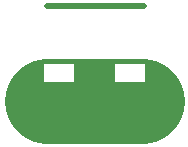
<source format=gto>
%TF.GenerationSoftware,KiCad,Pcbnew,4.0.5-e0-6337~49~ubuntu16.04.1*%
%TF.CreationDate,2017-03-23T12:37:32-07:00*%
%TF.ProjectId,2x2-Push-Terminal-3mm-Pitch-SMT,3278322D507573682D5465726D696E61,1.0*%
%TF.FileFunction,Legend,Top*%
%FSLAX46Y46*%
G04 Gerber Fmt 4.6, Leading zero omitted, Abs format (unit mm)*
G04 Created by KiCad (PCBNEW 4.0.5-e0-6337~49~ubuntu16.04.1) date Thu Mar 23 12:37:32 2017*
%MOMM*%
%LPD*%
G01*
G04 APERTURE LIST*
%ADD10C,0.350000*%
%ADD11C,0.500000*%
%ADD12C,7.200000*%
%ADD13R,2.652400X1.552400*%
G04 APERTURE END LIST*
D10*
D11*
X3444240Y-29668200D02*
X11644240Y-29668200D01*
D12*
X3444240Y-37668200D02*
X11444240Y-37668200D01*
%LPC*%
D13*
X4444240Y-32268200D03*
X4444240Y-35268200D03*
X10444240Y-32268200D03*
X10444240Y-35268200D03*
M02*

</source>
